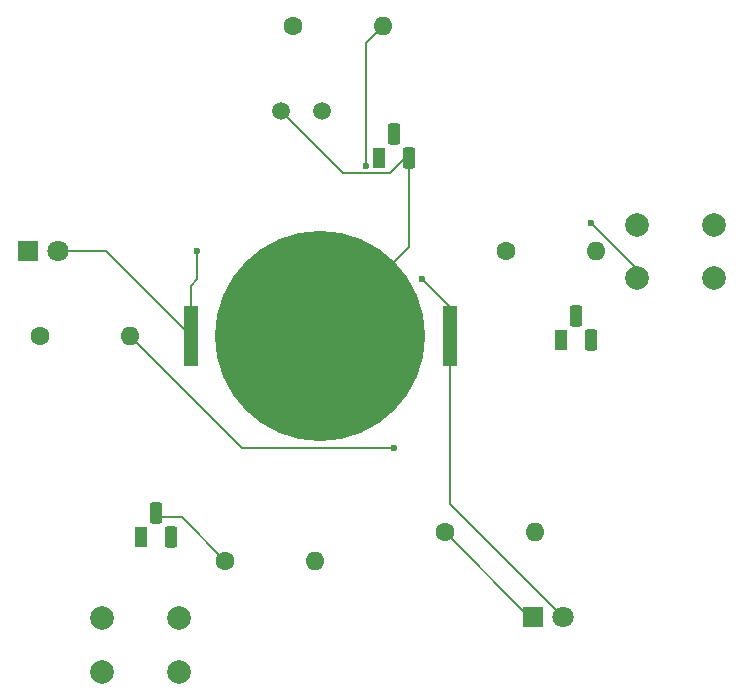
<source format=gbr>
%TF.GenerationSoftware,KiCad,Pcbnew,8.0.8*%
%TF.CreationDate,2025-06-30T13:56:02-06:00*%
%TF.ProjectId,SolderNunu,536f6c64-6572-44e7-956e-752e6b696361,rev?*%
%TF.SameCoordinates,Original*%
%TF.FileFunction,Copper,L2,Bot*%
%TF.FilePolarity,Positive*%
%FSLAX46Y46*%
G04 Gerber Fmt 4.6, Leading zero omitted, Abs format (unit mm)*
G04 Created by KiCad (PCBNEW 8.0.8) date 2025-06-30 13:56:02*
%MOMM*%
%LPD*%
G01*
G04 APERTURE LIST*
G04 Aperture macros list*
%AMRoundRect*
0 Rectangle with rounded corners*
0 $1 Rounding radius*
0 $2 $3 $4 $5 $6 $7 $8 $9 X,Y pos of 4 corners*
0 Add a 4 corners polygon primitive as box body*
4,1,4,$2,$3,$4,$5,$6,$7,$8,$9,$2,$3,0*
0 Add four circle primitives for the rounded corners*
1,1,$1+$1,$2,$3*
1,1,$1+$1,$4,$5*
1,1,$1+$1,$6,$7*
1,1,$1+$1,$8,$9*
0 Add four rect primitives between the rounded corners*
20,1,$1+$1,$2,$3,$4,$5,0*
20,1,$1+$1,$4,$5,$6,$7,0*
20,1,$1+$1,$6,$7,$8,$9,0*
20,1,$1+$1,$8,$9,$2,$3,0*%
G04 Aperture macros list end*
%TA.AperFunction,ComponentPad*%
%ADD10C,1.600000*%
%TD*%
%TA.AperFunction,ComponentPad*%
%ADD11O,1.600000X1.600000*%
%TD*%
%TA.AperFunction,ComponentPad*%
%ADD12R,1.100000X1.800000*%
%TD*%
%TA.AperFunction,ComponentPad*%
%ADD13RoundRect,0.275000X-0.275000X-0.625000X0.275000X-0.625000X0.275000X0.625000X-0.275000X0.625000X0*%
%TD*%
%TA.AperFunction,ComponentPad*%
%ADD14R,1.800000X1.800000*%
%TD*%
%TA.AperFunction,ComponentPad*%
%ADD15C,1.800000*%
%TD*%
%TA.AperFunction,ComponentPad*%
%ADD16C,2.000000*%
%TD*%
%TA.AperFunction,ComponentPad*%
%ADD17C,1.500000*%
%TD*%
%TA.AperFunction,SMDPad,CuDef*%
%ADD18R,1.270000X5.080000*%
%TD*%
%TA.AperFunction,SMDPad,CuDef*%
%ADD19C,17.800000*%
%TD*%
%TA.AperFunction,ViaPad*%
%ADD20C,0.600000*%
%TD*%
%TA.AperFunction,Conductor*%
%ADD21C,0.200000*%
%TD*%
G04 APERTURE END LIST*
D10*
%TO.P,R5,1*%
%TO.N,Net-(Q2-C)*%
X150018750Y-73818750D03*
D11*
%TO.P,R5,2*%
%TO.N,Net-(Q1-B)*%
X157638750Y-73818750D03*
%TD*%
D10*
%TO.P,R3,1*%
%TO.N,Net-(D2-K)*%
X144780000Y-97631250D03*
D11*
%TO.P,R3,2*%
%TO.N,Net-(Q1-C)*%
X152400000Y-97631250D03*
%TD*%
D12*
%TO.P,Q2,1,C*%
%TO.N,Net-(Q2-C)*%
X119062500Y-98031250D03*
D13*
%TO.P,Q2,2,B*%
%TO.N,Net-(Q2-B)*%
X120332500Y-95961250D03*
%TO.P,Q2,3,E*%
%TO.N,Net-(Q1-E)*%
X121602500Y-98031250D03*
%TD*%
D12*
%TO.P,Q3,1,C*%
%TO.N,Net-(Q1-E)*%
X139223750Y-65963750D03*
D13*
%TO.P,Q3,2,B*%
%TO.N,Net-(Q3-B)*%
X140493750Y-63893750D03*
%TO.P,Q3,3,E*%
%TO.N,Net-(BT1--)*%
X141763750Y-65963750D03*
%TD*%
D14*
%TO.P,D2,1,K*%
%TO.N,Net-(D2-K)*%
X152241250Y-104775000D03*
D15*
%TO.P,D2,2,A*%
%TO.N,Net-(BT1-+)*%
X154781250Y-104775000D03*
%TD*%
D10*
%TO.P,R1,1*%
%TO.N,Net-(Q3-B)*%
X131921250Y-54768750D03*
D11*
%TO.P,R1,2*%
%TO.N,Net-(BT1-+)*%
X139541250Y-54768750D03*
%TD*%
D16*
%TO.P,SW2,1,1*%
%TO.N,Net-(Q1-B)*%
X161056250Y-71568750D03*
X167556250Y-71568750D03*
%TO.P,SW2,2,2*%
%TO.N,Net-(Q1-E)*%
X161056250Y-76068750D03*
X167556250Y-76068750D03*
%TD*%
D10*
%TO.P,R6,1*%
%TO.N,Net-(Q2-B)*%
X126206250Y-100012500D03*
D11*
%TO.P,R6,2*%
%TO.N,Net-(Q1-C)*%
X133826250Y-100012500D03*
%TD*%
D17*
%TO.P,R4,1*%
%TO.N,Net-(BT1--)*%
X130968750Y-61912500D03*
%TO.P,R4,2*%
%TO.N,Net-(Q3-B)*%
X134368750Y-61912500D03*
%TD*%
D10*
%TO.P,R2,1*%
%TO.N,Net-(D1-K)*%
X110490000Y-80962500D03*
D11*
%TO.P,R2,2*%
%TO.N,Net-(Q2-C)*%
X118110000Y-80962500D03*
%TD*%
D16*
%TO.P,SW1,1,1*%
%TO.N,Net-(Q1-E)*%
X115812500Y-104906250D03*
X122312500Y-104906250D03*
%TO.P,SW1,2,2*%
%TO.N,Net-(Q2-B)*%
X115812500Y-109406250D03*
X122312500Y-109406250D03*
%TD*%
D12*
%TO.P,Q1,1,C*%
%TO.N,Net-(Q1-C)*%
X154622500Y-81362500D03*
D13*
%TO.P,Q1,2,B*%
%TO.N,Net-(Q1-B)*%
X155892500Y-79292500D03*
%TO.P,Q1,3,E*%
%TO.N,Net-(Q1-E)*%
X157162500Y-81362500D03*
%TD*%
D14*
%TO.P,D1,1,K*%
%TO.N,Net-(D1-K)*%
X109537500Y-73818750D03*
D15*
%TO.P,D1,2,A*%
%TO.N,Net-(BT1-+)*%
X112077500Y-73818750D03*
%TD*%
D18*
%TO.P,BT1,1,+*%
%TO.N,Net-(BT1-+)*%
X145256250Y-80962500D03*
X123286250Y-80962500D03*
D19*
%TO.P,BT1,2,-*%
%TO.N,Net-(BT1--)*%
X134271250Y-80962500D03*
%TD*%
D20*
%TO.N,Net-(BT1-+)*%
X138112500Y-66563750D03*
%TO.N,Net-(Q2-C)*%
X140493750Y-90487500D03*
%TO.N,Net-(BT1-+)*%
X123825000Y-73818750D03*
X142875000Y-76200000D03*
%TO.N,Net-(Q1-E)*%
X157162500Y-71437500D03*
%TD*%
D21*
%TO.N,Net-(BT1-+)*%
X138112500Y-56197500D02*
X138112500Y-66563750D01*
X139541250Y-54768750D02*
X138112500Y-56197500D01*
%TO.N,Net-(Q2-C)*%
X127635000Y-90487500D02*
X140493750Y-90487500D01*
X118110000Y-80962500D02*
X127635000Y-90487500D01*
%TO.N,Net-(BT1-+)*%
X145256250Y-95250000D02*
X154781250Y-104775000D01*
X145256250Y-80962500D02*
X145256250Y-95250000D01*
%TO.N,Net-(Q2-B)*%
X122555000Y-96361250D02*
X120332500Y-96361250D01*
X126206250Y-100012500D02*
X122555000Y-96361250D01*
%TO.N,Net-(BT1--)*%
X141763750Y-65563750D02*
X140163750Y-67163750D01*
X140163750Y-67163750D02*
X136220000Y-67163750D01*
X134271250Y-80962500D02*
X141763750Y-73470000D01*
X136220000Y-67163750D02*
X130968750Y-61912500D01*
X141763750Y-73470000D02*
X141763750Y-65563750D01*
%TO.N,Net-(BT1-+)*%
X123286250Y-76738750D02*
X123286250Y-80962500D01*
X123825000Y-73818750D02*
X123825000Y-76200000D01*
X116142500Y-73818750D02*
X112077500Y-73818750D01*
X123825000Y-76200000D02*
X123286250Y-76738750D01*
X145256250Y-78581250D02*
X142875000Y-76200000D01*
X145256250Y-80962500D02*
X145256250Y-78581250D01*
X123286250Y-80962500D02*
X116142500Y-73818750D01*
%TO.N,Net-(D2-K)*%
X144780000Y-97631250D02*
X151923750Y-104775000D01*
X151923750Y-104775000D02*
X152241250Y-104775000D01*
%TO.N,Net-(Q1-E)*%
X157162500Y-71437500D02*
X161056250Y-75331250D01*
X161056250Y-75331250D02*
X161056250Y-76068750D01*
%TD*%
M02*

</source>
